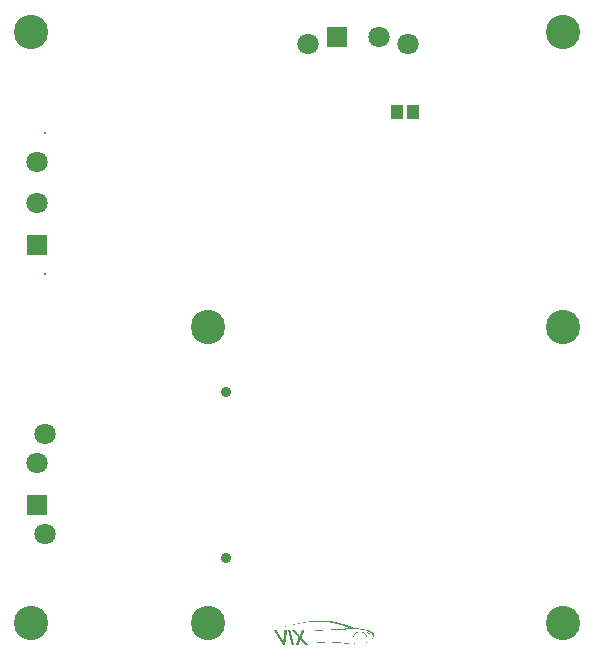
<source format=gbs>
G04*
G04 #@! TF.GenerationSoftware,Altium Limited,Altium Designer,19.0.10 (269)*
G04*
G04 Layer_Color=16711935*
%FSLAX25Y25*%
%MOIN*%
G70*
G01*
G75*
%ADD54R,0.04143X0.04537*%
%ADD82C,0.03556*%
%ADD83R,0.07099X0.07099*%
%ADD84C,0.07099*%
%ADD85C,0.00800*%
%ADD86R,0.07099X0.07099*%
%ADD87C,0.11430*%
G36*
X108558Y10431D02*
X109147D01*
Y10378D01*
X109575D01*
Y10324D01*
X110003D01*
Y10271D01*
X110324D01*
Y10217D01*
X110645D01*
Y10164D01*
X110913D01*
Y10110D01*
X111180D01*
Y10057D01*
X111448D01*
Y10003D01*
X111715D01*
Y9950D01*
X112036D01*
Y9896D01*
X112250D01*
Y9843D01*
X112464D01*
Y9789D01*
X112678D01*
Y9736D01*
X112839D01*
Y9682D01*
X113053D01*
Y9629D01*
X113213D01*
Y9575D01*
X113374D01*
Y9522D01*
X113588D01*
Y9468D01*
X113748D01*
Y9414D01*
X113962D01*
Y9361D01*
X114176D01*
Y9307D01*
X114337D01*
Y9254D01*
X114497D01*
Y9200D01*
X114604D01*
Y9147D01*
X114765D01*
Y9093D01*
X114925D01*
Y9040D01*
X115086D01*
Y8986D01*
X115193D01*
Y8933D01*
X115353D01*
Y8879D01*
X115514D01*
Y8826D01*
X115674D01*
Y8772D01*
X115835D01*
Y8719D01*
X115995D01*
Y8665D01*
X116102D01*
Y8612D01*
X116263D01*
Y8558D01*
X116370D01*
Y8505D01*
X116477D01*
Y8451D01*
X116637D01*
Y8398D01*
X116744D01*
Y8344D01*
X116905D01*
Y8291D01*
X117012D01*
Y8237D01*
X117172D01*
Y8184D01*
X117333D01*
Y8130D01*
X117440D01*
Y8077D01*
X117547D01*
Y8023D01*
X118242D01*
Y7970D01*
X118938D01*
Y7916D01*
X119473D01*
Y7863D01*
X119848D01*
Y7809D01*
X120222D01*
Y7756D01*
X120543D01*
Y7702D01*
X120864D01*
Y7649D01*
X121132D01*
Y7595D01*
X121346D01*
Y7542D01*
X121506D01*
Y7488D01*
X121720D01*
Y7435D01*
X121881D01*
Y7381D01*
X122041D01*
Y7328D01*
X122202D01*
Y7274D01*
X122362D01*
Y7221D01*
X122523D01*
Y7167D01*
X122683D01*
Y7114D01*
X122844D01*
Y7060D01*
X123004D01*
Y7007D01*
X123111D01*
Y6953D01*
X123218D01*
Y6900D01*
X123325D01*
Y6846D01*
X123379D01*
Y6793D01*
X123486D01*
Y6739D01*
X123539D01*
Y6686D01*
X123593D01*
Y6632D01*
X123700D01*
Y6579D01*
X123753D01*
Y6525D01*
Y6472D01*
X123807D01*
Y6418D01*
X123860D01*
Y6365D01*
Y6311D01*
X123914D01*
Y6258D01*
Y6204D01*
Y6151D01*
Y6097D01*
Y6044D01*
Y5990D01*
Y5937D01*
Y5883D01*
Y5830D01*
Y5776D01*
Y5723D01*
Y5669D01*
Y5616D01*
Y5562D01*
Y5509D01*
Y5455D01*
Y5402D01*
Y5348D01*
Y5295D01*
Y5241D01*
X123860D01*
Y5188D01*
Y5134D01*
Y5081D01*
X123807D01*
Y5027D01*
Y4974D01*
Y4920D01*
X123753D01*
Y4867D01*
Y4813D01*
X123700D01*
Y4760D01*
Y4706D01*
Y4653D01*
X123646D01*
Y4599D01*
Y4546D01*
Y4492D01*
X123593D01*
Y4439D01*
Y4385D01*
X123539D01*
Y4332D01*
Y4278D01*
X123486D01*
Y4225D01*
Y4171D01*
X123432D01*
Y4225D01*
Y4278D01*
Y4332D01*
Y4385D01*
X123486D01*
Y4439D01*
Y4492D01*
Y4546D01*
X123539D01*
Y4599D01*
Y4653D01*
Y4706D01*
Y4760D01*
Y4813D01*
Y4867D01*
Y4920D01*
X123593D01*
Y4974D01*
Y5027D01*
Y5081D01*
Y5134D01*
Y5188D01*
X123646D01*
Y5241D01*
Y5295D01*
Y5348D01*
X123593D01*
Y5402D01*
Y5455D01*
Y5509D01*
X123646D01*
Y5562D01*
X123593D01*
Y5616D01*
Y5669D01*
Y5723D01*
Y5776D01*
X123539D01*
Y5830D01*
Y5883D01*
Y5937D01*
Y5990D01*
X123486D01*
Y6044D01*
Y6097D01*
X123432D01*
Y6151D01*
X123379D01*
Y6204D01*
Y6258D01*
X123325D01*
Y6311D01*
X123272D01*
Y6365D01*
X123218D01*
Y6418D01*
X123111D01*
Y6472D01*
X123058D01*
Y6525D01*
X123004D01*
Y6579D01*
X122897D01*
Y6632D01*
X122844D01*
Y6686D01*
X122737D01*
Y6739D01*
X122576D01*
Y6793D01*
X122416D01*
Y6846D01*
X122309D01*
Y6900D01*
X122202D01*
Y6953D01*
X122041D01*
Y7007D01*
X121934D01*
Y7060D01*
X121774D01*
Y7114D01*
X121613D01*
Y7167D01*
X121452D01*
Y7221D01*
X121292D01*
Y7274D01*
X121132D01*
Y7328D01*
X120810D01*
Y7381D01*
X120597D01*
Y7435D01*
X120329D01*
Y7488D01*
X120062D01*
Y7542D01*
X119740D01*
Y7595D01*
X119259D01*
Y7649D01*
X118510D01*
Y7702D01*
X115835D01*
Y7649D01*
X114604D01*
Y7595D01*
X113641D01*
Y7542D01*
X112732D01*
Y7488D01*
X111822D01*
Y7435D01*
X110966D01*
Y7381D01*
X110699D01*
Y7435D01*
X110645D01*
Y7381D01*
X110056D01*
Y7328D01*
X109843D01*
Y7381D01*
X109736D01*
Y7328D01*
X108612D01*
Y7274D01*
X107221D01*
Y7221D01*
X105402D01*
Y7167D01*
X102566D01*
Y7221D01*
X104278D01*
Y7274D01*
X105348D01*
Y7328D01*
X106204D01*
Y7381D01*
X107007D01*
Y7435D01*
X107756D01*
Y7488D01*
X108451D01*
Y7542D01*
X109147D01*
Y7595D01*
X109843D01*
Y7649D01*
X110003D01*
Y7595D01*
X110056D01*
Y7649D01*
X110485D01*
Y7702D01*
X110592D01*
Y7649D01*
X110699D01*
Y7702D01*
X111448D01*
Y7756D01*
X112143D01*
Y7809D01*
X112839D01*
Y7863D01*
X113534D01*
Y7916D01*
X114337D01*
Y7970D01*
X115353D01*
Y8023D01*
X115728D01*
Y8077D01*
Y8130D01*
X115621D01*
Y8184D01*
X115460D01*
Y8237D01*
X115353D01*
Y8291D01*
X115246D01*
Y8344D01*
X115139D01*
Y8398D01*
X114979D01*
Y8451D01*
X114818D01*
Y8505D01*
X114711D01*
Y8558D01*
X114551D01*
Y8612D01*
X114444D01*
Y8665D01*
X114283D01*
Y8719D01*
X114176D01*
Y8772D01*
X114016D01*
Y8826D01*
X113909D01*
Y8879D01*
X113748D01*
Y8933D01*
X113588D01*
Y8986D01*
X113374D01*
Y9040D01*
X113213D01*
Y9093D01*
X113053D01*
Y9147D01*
X112892D01*
Y9200D01*
X112732D01*
Y9254D01*
X112518D01*
Y9307D01*
X112357D01*
Y9361D01*
X112143D01*
Y9414D01*
X111983D01*
Y9468D01*
X111769D01*
Y9522D01*
X111555D01*
Y9575D01*
X111234D01*
Y9629D01*
X110966D01*
Y9682D01*
X110699D01*
Y9736D01*
X110431D01*
Y9789D01*
X110163D01*
Y9843D01*
X109843D01*
Y9896D01*
X109521D01*
Y9950D01*
X109147D01*
Y10003D01*
X108719D01*
Y10057D01*
X108184D01*
Y10110D01*
X107381D01*
Y10164D01*
X107274D01*
Y10110D01*
X107060D01*
Y10164D01*
X104332D01*
Y10110D01*
X104064D01*
Y10164D01*
X103957D01*
Y10110D01*
X103101D01*
Y10057D01*
X102459D01*
Y10003D01*
X101978D01*
Y9950D01*
X101550D01*
Y9896D01*
X101175D01*
Y9843D01*
X100801D01*
Y9789D01*
X100426D01*
Y9736D01*
X100105D01*
Y9682D01*
X99784D01*
Y9629D01*
X99463D01*
Y9575D01*
X99035D01*
Y9522D01*
X98714D01*
Y9468D01*
X98447D01*
Y9414D01*
X98179D01*
Y9361D01*
X97912D01*
Y9307D01*
X97644D01*
Y9254D01*
X97430D01*
Y9200D01*
X97162D01*
Y9147D01*
X96948D01*
Y9093D01*
X96681D01*
Y9040D01*
X96413D01*
Y8986D01*
X96146D01*
Y8933D01*
X95878D01*
Y8986D01*
X96092D01*
Y9040D01*
X96306D01*
Y9093D01*
X96520D01*
Y9147D01*
X96734D01*
Y9200D01*
X96948D01*
Y9254D01*
X97162D01*
Y9307D01*
X97430D01*
Y9361D01*
X97751D01*
Y9414D01*
X98018D01*
Y9468D01*
X98233D01*
Y9522D01*
X98500D01*
Y9575D01*
X98768D01*
Y9629D01*
X98981D01*
Y9682D01*
X99249D01*
Y9736D01*
X99516D01*
Y9789D01*
X99784D01*
Y9843D01*
X100105D01*
Y9896D01*
X100373D01*
Y9950D01*
X100426D01*
Y9896D01*
X100480D01*
Y9950D01*
X100801D01*
Y10003D01*
X101175D01*
Y10057D01*
X101496D01*
Y10110D01*
X101817D01*
Y10164D01*
X102192D01*
Y10217D01*
X102566D01*
Y10271D01*
X102994D01*
Y10324D01*
X103422D01*
Y10378D01*
X103957D01*
Y10431D01*
X104599D01*
Y10485D01*
X104760D01*
Y10431D01*
X104867D01*
Y10485D01*
X108344D01*
Y10431D01*
X108398D01*
Y10485D01*
X108558D01*
Y10431D01*
D02*
G37*
G36*
X95878Y8879D02*
X95664D01*
Y8933D01*
X95878D01*
Y8879D01*
D02*
G37*
G36*
X95664Y8826D02*
X95450D01*
Y8772D01*
X95236D01*
Y8719D01*
X95022D01*
Y8665D01*
X94808D01*
Y8612D01*
X94594D01*
Y8558D01*
X94380D01*
Y8505D01*
X94113D01*
Y8558D01*
X94273D01*
Y8612D01*
X94487D01*
Y8665D01*
X94701D01*
Y8719D01*
X94915D01*
Y8772D01*
X95129D01*
Y8826D01*
X95397D01*
Y8879D01*
X95664D01*
Y8826D01*
D02*
G37*
G36*
X94113Y8451D02*
X93899D01*
Y8505D01*
X94113D01*
Y8451D01*
D02*
G37*
G36*
X93899Y8398D02*
X93685D01*
Y8451D01*
X93899D01*
Y8398D01*
D02*
G37*
G36*
X93203Y8237D02*
X92989D01*
Y8291D01*
X93203D01*
Y8237D01*
D02*
G37*
G36*
X92989Y8184D02*
X92829D01*
Y8237D01*
X92989D01*
Y8184D01*
D02*
G37*
G36*
X121506Y6793D02*
X121720D01*
Y6739D01*
X121881D01*
Y6686D01*
X122041D01*
Y6632D01*
X122202D01*
Y6579D01*
X122362D01*
Y6525D01*
X122469D01*
Y6472D01*
X122576D01*
Y6418D01*
X122683D01*
Y6365D01*
X122737D01*
Y6311D01*
X122790D01*
Y6258D01*
X122897D01*
Y6204D01*
X122951D01*
Y6151D01*
X123004D01*
Y6097D01*
Y6044D01*
Y5990D01*
X122897D01*
Y5937D01*
X122523D01*
Y5990D01*
X122416D01*
Y6044D01*
X122309D01*
Y6097D01*
X122255D01*
Y6151D01*
X122202D01*
Y6204D01*
X122148D01*
Y6258D01*
X122095D01*
Y6311D01*
X122041D01*
Y6365D01*
X121988D01*
Y6418D01*
X121881D01*
Y6472D01*
X121827D01*
Y6525D01*
X121774D01*
Y6579D01*
X121720D01*
Y6632D01*
X121613D01*
Y6686D01*
X121560D01*
Y6739D01*
X121452D01*
Y6793D01*
X121346D01*
Y6846D01*
X121506D01*
Y6793D01*
D02*
G37*
G36*
X100801Y7221D02*
Y7167D01*
X100747D01*
Y7114D01*
Y7060D01*
Y7007D01*
X100694D01*
Y6953D01*
Y6900D01*
X100640D01*
Y6846D01*
Y6793D01*
Y6739D01*
X100587D01*
Y6686D01*
Y6632D01*
Y6579D01*
X100533D01*
Y6525D01*
Y6472D01*
Y6418D01*
X100480D01*
Y6365D01*
Y6311D01*
X100426D01*
Y6258D01*
Y6204D01*
Y6151D01*
X100373D01*
Y6097D01*
Y6044D01*
X100319D01*
Y5990D01*
Y5937D01*
Y5883D01*
X100266D01*
Y5830D01*
Y5776D01*
X100212D01*
Y5723D01*
Y5669D01*
Y5616D01*
X100159D01*
Y5562D01*
Y5509D01*
X100105D01*
Y5455D01*
Y5402D01*
Y5348D01*
X100052D01*
Y5295D01*
Y5241D01*
Y5188D01*
Y5134D01*
X99998D01*
Y5081D01*
Y5027D01*
X99945D01*
Y4974D01*
Y4920D01*
Y4867D01*
Y4813D01*
X99998D01*
Y4760D01*
X100052D01*
Y4706D01*
X100105D01*
Y4653D01*
X100159D01*
Y4599D01*
Y4546D01*
X100212D01*
Y4492D01*
X100266D01*
Y4439D01*
X100319D01*
Y4385D01*
X100373D01*
Y4332D01*
X100426D01*
Y4278D01*
X100480D01*
Y4225D01*
X100533D01*
Y4171D01*
X100587D01*
Y4118D01*
Y4064D01*
X100640D01*
Y4011D01*
X100694D01*
Y3957D01*
X100747D01*
Y3904D01*
X100801D01*
Y3850D01*
X100854D01*
Y3797D01*
X100908D01*
Y3743D01*
Y3690D01*
X100961D01*
Y3636D01*
X101015D01*
Y3583D01*
X101068D01*
Y3529D01*
X101122D01*
Y3476D01*
X101175D01*
Y3422D01*
X101229D01*
Y3369D01*
X101282D01*
Y3315D01*
Y3262D01*
X101336D01*
Y3208D01*
X101389D01*
Y3155D01*
X101443D01*
Y3101D01*
X101496D01*
Y3048D01*
X101550D01*
Y2994D01*
X101603D01*
Y2941D01*
X101657D01*
Y2887D01*
X101710D01*
Y2834D01*
Y2780D01*
X101764D01*
Y2727D01*
X101817D01*
Y2673D01*
X101871D01*
Y2620D01*
X101924D01*
Y2566D01*
X101978D01*
Y2513D01*
X102031D01*
Y2459D01*
Y2406D01*
X102138D01*
Y2352D01*
X101175D01*
Y2406D01*
X101122D01*
Y2459D01*
X101068D01*
Y2513D01*
Y2566D01*
X101015D01*
Y2620D01*
X100961D01*
Y2673D01*
X100908D01*
Y2727D01*
X100854D01*
Y2780D01*
X100801D01*
Y2834D01*
X100747D01*
Y2887D01*
X100694D01*
Y2941D01*
Y2994D01*
X100640D01*
Y3048D01*
X100587D01*
Y3101D01*
X100533D01*
Y3155D01*
X100480D01*
Y3208D01*
Y3262D01*
X100426D01*
Y3315D01*
X100373D01*
Y3369D01*
X100319D01*
Y3422D01*
X100266D01*
Y3476D01*
X100212D01*
Y3529D01*
X100159D01*
Y3583D01*
X100105D01*
Y3636D01*
Y3690D01*
X100052D01*
Y3743D01*
X99998D01*
Y3797D01*
X99945D01*
Y3850D01*
X99891D01*
Y3904D01*
X99838D01*
Y3957D01*
Y4011D01*
X99784D01*
Y4064D01*
X99731D01*
Y4118D01*
X99677D01*
Y4171D01*
X99624D01*
Y4225D01*
X99516D01*
Y4171D01*
X99463D01*
Y4118D01*
Y4064D01*
Y4011D01*
Y3957D01*
X99410D01*
Y3904D01*
Y3850D01*
X99356D01*
Y3797D01*
Y3743D01*
Y3690D01*
X99303D01*
Y3636D01*
Y3583D01*
Y3529D01*
X99249D01*
Y3476D01*
Y3422D01*
X99195D01*
Y3369D01*
Y3315D01*
X99142D01*
Y3262D01*
Y3208D01*
Y3155D01*
X99089D01*
Y3101D01*
Y3048D01*
Y2994D01*
X99035D01*
Y2941D01*
Y2887D01*
Y2834D01*
X98981D01*
Y2780D01*
Y2727D01*
X98928D01*
Y2673D01*
Y2620D01*
Y2566D01*
Y2513D01*
X98874D01*
Y2459D01*
Y2406D01*
Y2352D01*
X97965D01*
Y2406D01*
X98018D01*
Y2459D01*
Y2513D01*
X98072D01*
Y2566D01*
Y2620D01*
X98125D01*
Y2673D01*
Y2727D01*
Y2780D01*
X98179D01*
Y2834D01*
Y2887D01*
X98233D01*
Y2941D01*
Y2994D01*
Y3048D01*
X98286D01*
Y3101D01*
Y3155D01*
X98339D01*
Y3208D01*
Y3262D01*
Y3315D01*
X98393D01*
Y3369D01*
Y3422D01*
X98447D01*
Y3476D01*
Y3529D01*
Y3583D01*
X98500D01*
Y3636D01*
Y3690D01*
Y3743D01*
Y3797D01*
X98554D01*
Y3850D01*
Y3904D01*
X98607D01*
Y3957D01*
Y4011D01*
X98660D01*
Y4064D01*
Y4118D01*
Y4171D01*
X98714D01*
Y4225D01*
Y4278D01*
Y4332D01*
X98768D01*
Y4385D01*
Y4439D01*
X98821D01*
Y4492D01*
Y4546D01*
X98874D01*
Y4599D01*
Y4653D01*
Y4706D01*
X98928D01*
Y4760D01*
Y4813D01*
Y4867D01*
Y4920D01*
X98874D01*
Y4974D01*
X98821D01*
Y5027D01*
X98768D01*
Y5081D01*
X98714D01*
Y5134D01*
X98660D01*
Y5188D01*
X98607D01*
Y5241D01*
Y5295D01*
X98554D01*
Y5348D01*
X98500D01*
Y5402D01*
X98447D01*
Y5455D01*
X98393D01*
Y5509D01*
X98339D01*
Y5562D01*
X98286D01*
Y5616D01*
X98233D01*
Y5669D01*
X98179D01*
Y5723D01*
Y5776D01*
X98125D01*
Y5830D01*
X98072D01*
Y5883D01*
X98018D01*
Y5937D01*
X97965D01*
Y5990D01*
X97912D01*
Y6044D01*
X97858D01*
Y6097D01*
X97804D01*
Y6151D01*
Y6204D01*
X97751D01*
Y6258D01*
X97698D01*
Y6311D01*
X97644D01*
Y6365D01*
X97591D01*
Y6418D01*
X97537D01*
Y6472D01*
X97483D01*
Y6525D01*
X97430D01*
Y6579D01*
Y6632D01*
X97376D01*
Y6686D01*
X97323D01*
Y6739D01*
X97269D01*
Y6793D01*
X97216D01*
Y6846D01*
X97162D01*
Y6900D01*
X97109D01*
Y6953D01*
X97055D01*
Y7007D01*
Y7060D01*
X97002D01*
Y7114D01*
X96948D01*
Y7167D01*
X96895D01*
Y7221D01*
X96841D01*
Y7274D01*
X97751D01*
Y7221D01*
X97804D01*
Y7167D01*
X97858D01*
Y7114D01*
X97912D01*
Y7060D01*
X97965D01*
Y7007D01*
X98018D01*
Y6953D01*
Y6900D01*
X98072D01*
Y6846D01*
X98125D01*
Y6793D01*
X98179D01*
Y6739D01*
X98233D01*
Y6686D01*
X98286D01*
Y6632D01*
X98339D01*
Y6579D01*
Y6525D01*
X98393D01*
Y6472D01*
X98447D01*
Y6418D01*
X98500D01*
Y6365D01*
X98554D01*
Y6311D01*
Y6258D01*
X98607D01*
Y6204D01*
X98660D01*
Y6151D01*
X98714D01*
Y6097D01*
X98768D01*
Y6044D01*
X98821D01*
Y5990D01*
X98874D01*
Y5937D01*
X98928D01*
Y5883D01*
Y5830D01*
X98981D01*
Y5776D01*
X99035D01*
Y5723D01*
X99089D01*
Y5669D01*
X99142D01*
Y5616D01*
Y5562D01*
X99195D01*
Y5509D01*
X99356D01*
Y5562D01*
Y5616D01*
Y5669D01*
X99410D01*
Y5723D01*
Y5776D01*
X99463D01*
Y5830D01*
Y5883D01*
Y5937D01*
X99516D01*
Y5990D01*
Y6044D01*
X99570D01*
Y6097D01*
Y6151D01*
Y6204D01*
Y6258D01*
X99624D01*
Y6311D01*
Y6365D01*
Y6418D01*
X99677D01*
Y6472D01*
Y6525D01*
X99731D01*
Y6579D01*
Y6632D01*
X99784D01*
Y6686D01*
Y6739D01*
Y6793D01*
X99838D01*
Y6846D01*
Y6900D01*
X99891D01*
Y6953D01*
Y7007D01*
Y7060D01*
X99945D01*
Y7114D01*
Y7167D01*
Y7221D01*
X99998D01*
Y7274D01*
X100801D01*
Y7221D01*
D02*
G37*
G36*
X123432Y4118D02*
Y4064D01*
Y4011D01*
X123379D01*
Y4064D01*
Y4118D01*
Y4171D01*
X123432D01*
Y4118D01*
D02*
G37*
G36*
X123379Y3957D02*
Y3904D01*
Y3850D01*
X123325D01*
Y3904D01*
Y3957D01*
Y4011D01*
X123379D01*
Y3957D01*
D02*
G37*
G36*
X95076Y7221D02*
Y7167D01*
X95022D01*
Y7114D01*
Y7060D01*
Y7007D01*
Y6953D01*
Y6900D01*
Y6846D01*
Y6793D01*
Y6739D01*
Y6686D01*
Y6632D01*
Y6579D01*
X94969D01*
Y6525D01*
Y6472D01*
Y6418D01*
Y6365D01*
Y6311D01*
Y6258D01*
Y6204D01*
X94915D01*
Y6151D01*
Y6097D01*
Y6044D01*
Y5990D01*
Y5937D01*
Y5883D01*
Y5830D01*
Y5776D01*
X94862D01*
Y5723D01*
Y5669D01*
Y5616D01*
Y5562D01*
Y5509D01*
Y5455D01*
Y5402D01*
X94808D01*
Y5348D01*
Y5295D01*
Y5241D01*
Y5188D01*
Y5134D01*
Y5081D01*
Y5027D01*
X94755D01*
Y4974D01*
Y4920D01*
Y4867D01*
Y4813D01*
Y4760D01*
Y4706D01*
Y4653D01*
Y4599D01*
X94701D01*
Y4546D01*
Y4492D01*
Y4439D01*
Y4385D01*
Y4332D01*
Y4278D01*
Y4225D01*
X94648D01*
Y4171D01*
Y4118D01*
Y4064D01*
Y4011D01*
Y3957D01*
Y3904D01*
Y3850D01*
Y3797D01*
X94594D01*
Y3743D01*
Y3690D01*
Y3636D01*
Y3583D01*
Y3529D01*
Y3476D01*
Y3422D01*
Y3369D01*
X94541D01*
Y3315D01*
Y3262D01*
Y3208D01*
Y3155D01*
Y3101D01*
Y3048D01*
Y2994D01*
Y2941D01*
X94487D01*
Y2887D01*
Y2834D01*
Y2780D01*
Y2727D01*
Y2673D01*
Y2620D01*
Y2566D01*
Y2513D01*
Y2459D01*
X94434D01*
Y2406D01*
X94487D01*
Y2352D01*
X93845D01*
Y2406D01*
Y2459D01*
X93792D01*
Y2513D01*
X93738D01*
Y2566D01*
Y2620D01*
X93685D01*
Y2673D01*
Y2727D01*
X93631D01*
Y2780D01*
X93578D01*
Y2834D01*
X93524D01*
Y2887D01*
Y2941D01*
X93471D01*
Y2994D01*
Y3048D01*
X93417D01*
Y3101D01*
X93364D01*
Y3155D01*
Y3208D01*
X93310D01*
Y3262D01*
Y3315D01*
X93257D01*
Y3369D01*
X93203D01*
Y3422D01*
Y3476D01*
X93150D01*
Y3529D01*
X93096D01*
Y3583D01*
Y3636D01*
X93043D01*
Y3690D01*
X92989D01*
Y3743D01*
Y3797D01*
X92936D01*
Y3850D01*
Y3904D01*
X92882D01*
Y3957D01*
X92829D01*
Y4011D01*
Y4064D01*
X92775D01*
Y4118D01*
Y4171D01*
X92722D01*
Y4225D01*
X92668D01*
Y4278D01*
Y4332D01*
X92615D01*
Y4385D01*
X92561D01*
Y4439D01*
Y4492D01*
X92508D01*
Y4546D01*
X92454D01*
Y4599D01*
Y4653D01*
X92401D01*
Y4706D01*
X92347D01*
Y4760D01*
Y4813D01*
X92294D01*
Y4867D01*
Y4920D01*
X92240D01*
Y4974D01*
X92187D01*
Y5027D01*
Y5081D01*
X92133D01*
Y5134D01*
X92080D01*
Y5188D01*
Y5241D01*
X92026D01*
Y5295D01*
Y5348D01*
X91973D01*
Y5402D01*
X91919D01*
Y5455D01*
Y5509D01*
X91866D01*
Y5562D01*
X91812D01*
Y5616D01*
Y5669D01*
X91759D01*
Y5723D01*
Y5776D01*
X91705D01*
Y5830D01*
X91652D01*
Y5883D01*
Y5937D01*
X91598D01*
Y5990D01*
Y6044D01*
X91545D01*
Y6097D01*
X91491D01*
Y6151D01*
X91438D01*
Y6204D01*
Y6258D01*
X91384D01*
Y6311D01*
X91331D01*
Y6365D01*
Y6418D01*
X91277D01*
Y6472D01*
Y6525D01*
X91224D01*
Y6579D01*
X91170D01*
Y6632D01*
Y6686D01*
X91117D01*
Y6739D01*
Y6793D01*
X91063D01*
Y6846D01*
X91010D01*
Y6900D01*
Y6953D01*
X90956D01*
Y7007D01*
X90903D01*
Y7060D01*
Y7114D01*
X90849D01*
Y7167D01*
X90796D01*
Y7221D01*
Y7274D01*
X91598D01*
Y7221D01*
X91652D01*
Y7167D01*
X91705D01*
Y7114D01*
Y7060D01*
X91759D01*
Y7007D01*
Y6953D01*
X91812D01*
Y6900D01*
X91866D01*
Y6846D01*
Y6793D01*
X91919D01*
Y6739D01*
Y6686D01*
X91973D01*
Y6632D01*
X92026D01*
Y6579D01*
X92080D01*
Y6525D01*
Y6472D01*
X92133D01*
Y6418D01*
Y6365D01*
X92187D01*
Y6311D01*
X92240D01*
Y6258D01*
Y6204D01*
X92294D01*
Y6151D01*
Y6097D01*
X92347D01*
Y6044D01*
X92401D01*
Y5990D01*
Y5937D01*
X92454D01*
Y5883D01*
Y5830D01*
X92508D01*
Y5776D01*
X92561D01*
Y5723D01*
Y5669D01*
X92615D01*
Y5616D01*
Y5562D01*
X92668D01*
Y5509D01*
X92722D01*
Y5455D01*
Y5402D01*
X92775D01*
Y5348D01*
X92829D01*
Y5295D01*
Y5241D01*
X92882D01*
Y5188D01*
Y5134D01*
X92936D01*
Y5081D01*
X92989D01*
Y5027D01*
Y4974D01*
X93043D01*
Y4920D01*
X93096D01*
Y4867D01*
Y4813D01*
X93150D01*
Y4760D01*
Y4706D01*
X93203D01*
Y4653D01*
X93257D01*
Y4599D01*
Y4546D01*
X93310D01*
Y4492D01*
Y4439D01*
X93364D01*
Y4385D01*
X93417D01*
Y4332D01*
Y4278D01*
X93471D01*
Y4225D01*
Y4171D01*
X93524D01*
Y4118D01*
Y4064D01*
X93578D01*
Y4011D01*
X93631D01*
Y3957D01*
Y3904D01*
X93685D01*
Y3850D01*
X93738D01*
Y3797D01*
X93845D01*
Y3850D01*
Y3904D01*
Y3957D01*
Y4011D01*
Y4064D01*
X93899D01*
Y4118D01*
Y4171D01*
Y4225D01*
Y4278D01*
Y4332D01*
Y4385D01*
Y4439D01*
Y4492D01*
X93952D01*
Y4546D01*
Y4599D01*
Y4653D01*
Y4706D01*
Y4760D01*
Y4813D01*
Y4867D01*
Y4920D01*
Y4974D01*
X94006D01*
Y5027D01*
Y5081D01*
Y5134D01*
Y5188D01*
Y5241D01*
Y5295D01*
Y5348D01*
Y5402D01*
X94059D01*
Y5455D01*
Y5509D01*
Y5562D01*
Y5616D01*
Y5669D01*
Y5723D01*
Y5776D01*
Y5830D01*
Y5883D01*
Y5937D01*
Y5990D01*
Y6044D01*
Y6097D01*
X94113D01*
Y6151D01*
Y6204D01*
Y6258D01*
Y6311D01*
Y6365D01*
Y6418D01*
Y6472D01*
Y6525D01*
X94166D01*
Y6579D01*
Y6632D01*
Y6686D01*
Y6739D01*
Y6793D01*
Y6846D01*
Y6900D01*
Y6953D01*
X94220D01*
Y7007D01*
Y7060D01*
Y7114D01*
Y7167D01*
Y7221D01*
Y7274D01*
X95076D01*
Y7221D01*
D02*
G37*
G36*
X123325Y3797D02*
Y3743D01*
X123272D01*
Y3797D01*
Y3850D01*
X123325D01*
Y3797D01*
D02*
G37*
G36*
X123272Y3690D02*
Y3636D01*
X123218D01*
Y3690D01*
Y3743D01*
X123272D01*
Y3690D01*
D02*
G37*
G36*
X123165Y3422D02*
Y3369D01*
X123111D01*
Y3422D01*
Y3476D01*
X123165D01*
Y3422D01*
D02*
G37*
G36*
X104385Y3155D02*
X103743D01*
Y3208D01*
X104385D01*
Y3155D01*
D02*
G37*
G36*
X119955Y6846D02*
X120115D01*
Y6793D01*
X120275D01*
Y6739D01*
X120436D01*
Y6686D01*
X120543D01*
Y6632D01*
X120650D01*
Y6579D01*
X120757D01*
Y6525D01*
X120810D01*
Y6472D01*
X120917D01*
Y6418D01*
X120971D01*
Y6365D01*
X121025D01*
Y6311D01*
X121078D01*
Y6258D01*
X121132D01*
Y6204D01*
X121185D01*
Y6151D01*
X121239D01*
Y6097D01*
X121292D01*
Y6044D01*
X121346D01*
Y5990D01*
X121399D01*
Y5937D01*
Y5883D01*
X121452D01*
Y5830D01*
X121506D01*
Y5776D01*
Y5723D01*
X121560D01*
Y5669D01*
Y5616D01*
X121613D01*
Y5562D01*
Y5509D01*
X121667D01*
Y5455D01*
Y5402D01*
X121720D01*
Y5348D01*
Y5295D01*
Y5241D01*
Y5188D01*
X121774D01*
Y5134D01*
Y5081D01*
Y5027D01*
X121827D01*
Y4974D01*
Y4920D01*
Y4867D01*
Y4813D01*
Y4760D01*
Y4706D01*
X121881D01*
Y4653D01*
Y4599D01*
Y4546D01*
Y4492D01*
Y4439D01*
Y4385D01*
Y4332D01*
Y4278D01*
Y4225D01*
Y4171D01*
X121827D01*
Y4118D01*
Y4064D01*
Y4011D01*
Y3957D01*
Y3904D01*
X121774D01*
Y3850D01*
Y3797D01*
Y3743D01*
Y3690D01*
X121720D01*
Y3636D01*
Y3583D01*
Y3529D01*
Y3476D01*
X121667D01*
Y3422D01*
Y3369D01*
X121613D01*
Y3315D01*
Y3262D01*
X121560D01*
Y3208D01*
X121506D01*
Y3155D01*
Y3101D01*
X121452D01*
Y3048D01*
Y2994D01*
X121399D01*
Y2941D01*
X121346D01*
Y2994D01*
Y3048D01*
X121399D01*
Y3101D01*
Y3155D01*
X121452D01*
Y3208D01*
Y3262D01*
X121506D01*
Y3315D01*
X121560D01*
Y3369D01*
Y3422D01*
Y3476D01*
X121613D01*
Y3529D01*
Y3583D01*
Y3636D01*
X121667D01*
Y3690D01*
Y3743D01*
Y3797D01*
X121720D01*
Y3850D01*
Y3904D01*
Y3957D01*
Y4011D01*
Y4064D01*
Y4118D01*
Y4171D01*
X121774D01*
Y4225D01*
Y4278D01*
Y4332D01*
Y4385D01*
Y4439D01*
Y4492D01*
X121720D01*
Y4546D01*
Y4599D01*
Y4653D01*
Y4706D01*
Y4760D01*
Y4813D01*
Y4867D01*
Y4920D01*
X121667D01*
Y4974D01*
Y5027D01*
Y5081D01*
X121613D01*
Y5134D01*
Y5188D01*
Y5241D01*
X121560D01*
Y5295D01*
Y5348D01*
X121506D01*
Y5402D01*
Y5455D01*
X121452D01*
Y5509D01*
Y5562D01*
X121399D01*
Y5616D01*
X121346D01*
Y5669D01*
Y5723D01*
X121292D01*
Y5776D01*
X121239D01*
Y5830D01*
X121185D01*
Y5883D01*
Y5937D01*
X121132D01*
Y5990D01*
X121078D01*
Y6044D01*
X121025D01*
Y6097D01*
X120971D01*
Y6151D01*
X120864D01*
Y6204D01*
X120810D01*
Y6258D01*
X120757D01*
Y6311D01*
X120650D01*
Y6365D01*
X120597D01*
Y6418D01*
X120490D01*
Y6472D01*
X120382D01*
Y6525D01*
X120222D01*
Y6579D01*
X120115D01*
Y6632D01*
X119901D01*
Y6686D01*
X118991D01*
Y6632D01*
X118777D01*
Y6579D01*
X118617D01*
Y6525D01*
X118510D01*
Y6472D01*
X118403D01*
Y6418D01*
X118296D01*
Y6365D01*
X118189D01*
Y6311D01*
X118135D01*
Y6258D01*
X118082D01*
Y6204D01*
X117975D01*
Y6151D01*
X117921D01*
Y6097D01*
X117868D01*
Y6044D01*
X117814D01*
Y5990D01*
X117761D01*
Y5937D01*
X117707D01*
Y5883D01*
X117654D01*
Y5830D01*
X117600D01*
Y5776D01*
X117547D01*
Y5723D01*
Y5669D01*
X117493D01*
Y5616D01*
X117440D01*
Y5562D01*
Y5509D01*
X117386D01*
Y5455D01*
Y5402D01*
X117333D01*
Y5348D01*
Y5295D01*
X117279D01*
Y5241D01*
Y5188D01*
Y5134D01*
X117226D01*
Y5081D01*
Y5027D01*
Y4974D01*
X117172D01*
Y4920D01*
Y4867D01*
Y4813D01*
Y4760D01*
Y4706D01*
Y4653D01*
X117119D01*
Y4599D01*
Y4546D01*
Y4492D01*
Y4439D01*
Y4385D01*
Y4332D01*
Y4278D01*
Y4225D01*
Y4171D01*
Y4118D01*
Y4064D01*
X117172D01*
Y4011D01*
Y3957D01*
Y3904D01*
Y3850D01*
Y3797D01*
X117226D01*
Y3743D01*
Y3690D01*
Y3636D01*
Y3583D01*
X117279D01*
Y3529D01*
Y3476D01*
Y3422D01*
X117333D01*
Y3369D01*
Y3315D01*
Y3262D01*
X117386D01*
Y3208D01*
Y3155D01*
X117440D01*
Y3101D01*
X117493D01*
Y3048D01*
Y2994D01*
X117547D01*
Y2941D01*
X117600D01*
Y2887D01*
Y2834D01*
X117547D01*
Y2887D01*
X117493D01*
Y2941D01*
X117440D01*
Y2994D01*
Y3048D01*
X117386D01*
Y3101D01*
Y3155D01*
X117333D01*
Y3208D01*
X117279D01*
Y3262D01*
Y3315D01*
X117226D01*
Y3369D01*
Y3422D01*
Y3476D01*
X117172D01*
Y3529D01*
Y3583D01*
X117119D01*
Y3636D01*
Y3690D01*
Y3743D01*
X117065D01*
Y3797D01*
Y3850D01*
Y3904D01*
Y3957D01*
X117012D01*
Y4011D01*
Y4064D01*
Y4118D01*
Y4171D01*
Y4225D01*
Y4278D01*
Y4332D01*
Y4385D01*
Y4439D01*
Y4492D01*
Y4546D01*
Y4599D01*
Y4653D01*
Y4706D01*
Y4760D01*
Y4813D01*
Y4867D01*
Y4920D01*
Y4974D01*
X117065D01*
Y5027D01*
Y5081D01*
Y5134D01*
X117119D01*
Y5188D01*
Y5241D01*
Y5295D01*
X117172D01*
Y5348D01*
Y5402D01*
Y5455D01*
X117226D01*
Y5509D01*
Y5562D01*
X117279D01*
Y5616D01*
Y5669D01*
X117333D01*
Y5723D01*
Y5776D01*
X117386D01*
Y5830D01*
X117440D01*
Y5883D01*
Y5937D01*
X117493D01*
Y5990D01*
X117547D01*
Y6044D01*
X117600D01*
Y6097D01*
X117654D01*
Y6151D01*
X117707D01*
Y6204D01*
Y6258D01*
X117761D01*
Y6311D01*
X117868D01*
Y6365D01*
X117921D01*
Y6418D01*
X117975D01*
Y6472D01*
X118028D01*
Y6525D01*
X118135D01*
Y6579D01*
X118242D01*
Y6632D01*
X118349D01*
Y6686D01*
X118456D01*
Y6739D01*
X118563D01*
Y6793D01*
X118724D01*
Y6846D01*
X118938D01*
Y6900D01*
X119955D01*
Y6846D01*
D02*
G37*
G36*
X121346Y2887D02*
X121292D01*
Y2941D01*
X121346D01*
Y2887D01*
D02*
G37*
G36*
X121292Y2834D02*
X121239D01*
Y2887D01*
X121292D01*
Y2834D01*
D02*
G37*
G36*
X121239Y2780D02*
X121185D01*
Y2834D01*
X121239D01*
Y2780D01*
D02*
G37*
G36*
X121185Y2727D02*
X121132D01*
Y2780D01*
X121185D01*
Y2727D01*
D02*
G37*
G36*
X111287Y3369D02*
X112357D01*
Y3315D01*
X113053D01*
Y3262D01*
X113695D01*
Y3208D01*
X114283D01*
Y3155D01*
X114658D01*
Y3101D01*
X115032D01*
Y3048D01*
X115300D01*
Y2994D01*
X115621D01*
Y2941D01*
X115888D01*
Y2887D01*
X116102D01*
Y2834D01*
X116370D01*
Y2780D01*
X116584D01*
Y2727D01*
X116316D01*
Y2780D01*
X114765D01*
Y2834D01*
X114444D01*
Y2887D01*
X114069D01*
Y2941D01*
X113695D01*
Y2994D01*
X113374D01*
Y3048D01*
X112946D01*
Y3101D01*
X112464D01*
Y3155D01*
X111929D01*
Y3208D01*
X111234D01*
Y3262D01*
X109950D01*
Y3315D01*
X107702D01*
Y3262D01*
X105562D01*
Y3208D01*
X104385D01*
Y3262D01*
X105134D01*
Y3315D01*
X106151D01*
Y3369D01*
X107863D01*
Y3422D01*
X111287D01*
Y3369D01*
D02*
G37*
G36*
X120971Y2513D02*
X120917D01*
Y2566D01*
X120971D01*
Y2513D01*
D02*
G37*
G36*
X120917Y2459D02*
X120864D01*
Y2513D01*
X120917D01*
Y2459D01*
D02*
G37*
G36*
X120864Y2406D02*
X120810D01*
Y2459D01*
X120864D01*
Y2406D01*
D02*
G37*
G36*
X96146Y7221D02*
X96199D01*
Y7167D01*
Y7114D01*
Y7060D01*
Y7007D01*
Y6953D01*
X96253D01*
Y6900D01*
Y6846D01*
Y6793D01*
X96306D01*
Y6739D01*
Y6686D01*
Y6632D01*
X96360D01*
Y6579D01*
Y6525D01*
Y6472D01*
Y6418D01*
X96413D01*
Y6365D01*
Y6311D01*
Y6258D01*
Y6204D01*
X96467D01*
Y6151D01*
Y6097D01*
Y6044D01*
X96520D01*
Y5990D01*
Y5937D01*
Y5883D01*
Y5830D01*
X96574D01*
Y5776D01*
Y5723D01*
Y5669D01*
X96627D01*
Y5616D01*
Y5562D01*
Y5509D01*
Y5455D01*
X96681D01*
Y5402D01*
Y5348D01*
Y5295D01*
Y5241D01*
Y5188D01*
X96734D01*
Y5134D01*
Y5081D01*
Y5027D01*
Y4974D01*
X96788D01*
Y4920D01*
Y4867D01*
Y4813D01*
X96841D01*
Y4760D01*
Y4706D01*
Y4653D01*
Y4599D01*
X96895D01*
Y4546D01*
Y4492D01*
Y4439D01*
Y4385D01*
X96948D01*
Y4332D01*
Y4278D01*
Y4225D01*
X97002D01*
Y4171D01*
Y4118D01*
Y4064D01*
X97055D01*
Y4011D01*
Y3957D01*
Y3904D01*
Y3850D01*
X97109D01*
Y3797D01*
Y3743D01*
Y3690D01*
X97162D01*
Y3636D01*
Y3583D01*
Y3529D01*
Y3476D01*
X97216D01*
Y3422D01*
Y3369D01*
Y3315D01*
Y3262D01*
X97269D01*
Y3208D01*
Y3155D01*
Y3101D01*
Y3048D01*
Y2994D01*
X97323D01*
Y2941D01*
Y2887D01*
Y2834D01*
Y2780D01*
X97376D01*
Y2727D01*
Y2673D01*
Y2620D01*
X97430D01*
Y2566D01*
Y2513D01*
Y2459D01*
Y2406D01*
X97483D01*
Y2352D01*
X96734D01*
Y2406D01*
Y2459D01*
X96681D01*
Y2513D01*
Y2566D01*
Y2620D01*
X96627D01*
Y2673D01*
Y2727D01*
Y2780D01*
X96574D01*
Y2834D01*
Y2887D01*
Y2941D01*
Y2994D01*
X96520D01*
Y3048D01*
Y3101D01*
Y3155D01*
Y3208D01*
X96467D01*
Y3262D01*
Y3315D01*
Y3369D01*
X96413D01*
Y3422D01*
Y3476D01*
Y3529D01*
Y3583D01*
X96360D01*
Y3636D01*
Y3690D01*
Y3743D01*
X96306D01*
Y3797D01*
Y3850D01*
Y3904D01*
Y3957D01*
X96253D01*
Y4011D01*
Y4064D01*
Y4118D01*
Y4171D01*
Y4225D01*
X96199D01*
Y4278D01*
Y4332D01*
Y4385D01*
Y4439D01*
X96146D01*
Y4492D01*
Y4546D01*
Y4599D01*
X96092D01*
Y4653D01*
Y4706D01*
Y4760D01*
Y4813D01*
X96039D01*
Y4867D01*
Y4920D01*
Y4974D01*
Y5027D01*
X95985D01*
Y5081D01*
Y5134D01*
Y5188D01*
X95932D01*
Y5241D01*
Y5295D01*
Y5348D01*
X95878D01*
Y5402D01*
Y5455D01*
Y5509D01*
Y5562D01*
X95825D01*
Y5616D01*
Y5669D01*
Y5723D01*
X95771D01*
Y5776D01*
Y5830D01*
Y5883D01*
Y5937D01*
X95718D01*
Y5990D01*
Y6044D01*
Y6097D01*
Y6151D01*
Y6204D01*
X95664D01*
Y6258D01*
Y6311D01*
Y6365D01*
Y6418D01*
X95611D01*
Y6472D01*
Y6525D01*
Y6579D01*
Y6632D01*
X95557D01*
Y6686D01*
Y6739D01*
Y6793D01*
X95504D01*
Y6846D01*
Y6900D01*
Y6953D01*
Y7007D01*
X95450D01*
Y7060D01*
Y7114D01*
Y7167D01*
X95397D01*
Y7221D01*
Y7274D01*
X96146D01*
Y7221D01*
D02*
G37*
D54*
X131791Y180118D02*
D03*
X137106D02*
D03*
D82*
X74803Y86811D02*
D03*
Y31299D02*
D03*
D83*
X111811Y205118D02*
D03*
D84*
X125591D02*
D03*
X101969Y202638D02*
D03*
X135433D02*
D03*
X11811Y163386D02*
D03*
Y149606D02*
D03*
Y62992D02*
D03*
X14291Y39370D02*
D03*
Y72835D02*
D03*
D85*
Y173228D02*
D03*
Y125984D02*
D03*
D86*
X11811Y135827D02*
D03*
Y49213D02*
D03*
D87*
X9843Y9843D02*
D03*
X187008D02*
D03*
X68898D02*
D03*
Y108268D02*
D03*
X187008D02*
D03*
Y206693D02*
D03*
X9843Y206693D02*
D03*
M02*

</source>
